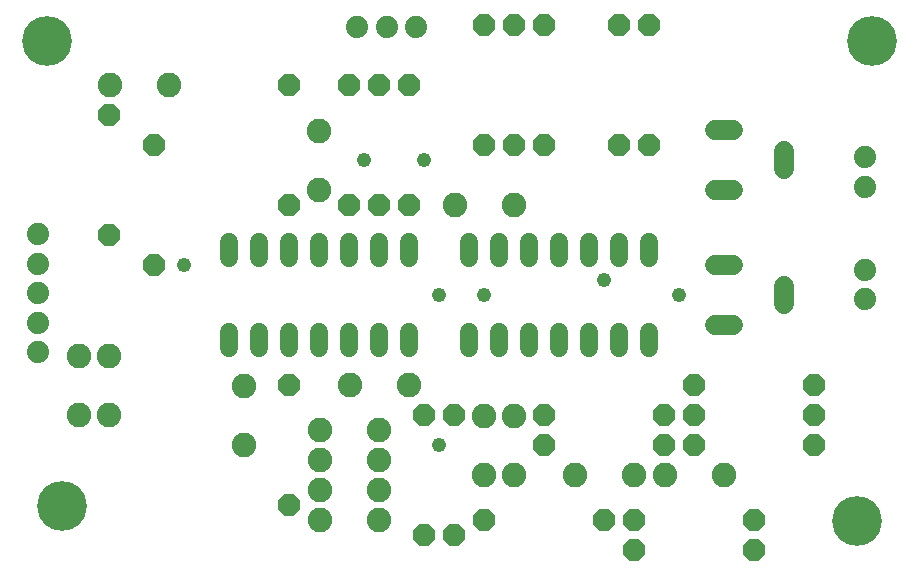
<source format=gbr>
G04 EAGLE Gerber RS-274X export*
G75*
%MOMM*%
%FSLAX34Y34*%
%LPD*%
%INSoldermask Bottom*%
%IPPOS*%
%AMOC8*
5,1,8,0,0,1.08239X$1,22.5*%
G01*
%ADD10C,2.082800*%
%ADD11C,1.524000*%
%ADD12C,1.879600*%
%ADD13P,2.034460X8X112.500000*%
%ADD14P,2.034460X8X292.500000*%
%ADD15C,1.727200*%
%ADD16P,2.034460X8X22.500000*%
%ADD17P,2.034460X8X202.500000*%
%ADD18C,4.219200*%
%ADD19C,1.209600*%


D10*
X165500Y546100D03*
X215500Y546100D03*
X482600Y266300D03*
X482600Y216300D03*
X508000Y216300D03*
X508000Y266300D03*
X559200Y215900D03*
X609200Y215900D03*
X635400Y215900D03*
X685400Y215900D03*
X457600Y444500D03*
X507600Y444500D03*
X342900Y457600D03*
X342900Y507600D03*
X393300Y254000D03*
X343300Y254000D03*
X393300Y228600D03*
X343300Y228600D03*
X279400Y241700D03*
X279400Y291700D03*
X393300Y203200D03*
X343300Y203200D03*
X393300Y177800D03*
X343300Y177800D03*
X418700Y292100D03*
X368700Y292100D03*
D11*
X419100Y399796D02*
X419100Y413004D01*
X393700Y413004D02*
X393700Y399796D01*
X266700Y399796D02*
X266700Y413004D01*
X266700Y336804D02*
X266700Y323596D01*
X368300Y399796D02*
X368300Y413004D01*
X342900Y413004D02*
X342900Y399796D01*
X292100Y399796D02*
X292100Y413004D01*
X317500Y413004D02*
X317500Y399796D01*
X292100Y336804D02*
X292100Y323596D01*
X317500Y323596D02*
X317500Y336804D01*
X342900Y336804D02*
X342900Y323596D01*
X368300Y323596D02*
X368300Y336804D01*
X393700Y336804D02*
X393700Y323596D01*
X419100Y323596D02*
X419100Y336804D01*
X622300Y399796D02*
X622300Y413004D01*
X596900Y413004D02*
X596900Y399796D01*
X469900Y399796D02*
X469900Y413004D01*
X469900Y336804D02*
X469900Y323596D01*
X571500Y399796D02*
X571500Y413004D01*
X546100Y413004D02*
X546100Y399796D01*
X495300Y399796D02*
X495300Y413004D01*
X520700Y413004D02*
X520700Y399796D01*
X495300Y336804D02*
X495300Y323596D01*
X520700Y323596D02*
X520700Y336804D01*
X546100Y336804D02*
X546100Y323596D01*
X571500Y323596D02*
X571500Y336804D01*
X596900Y336804D02*
X596900Y323596D01*
X622300Y323596D02*
X622300Y336804D01*
D12*
X105000Y420000D03*
X805000Y460000D03*
X805000Y390000D03*
X805000Y365000D03*
X105000Y395000D03*
X105000Y370000D03*
X105000Y345000D03*
X105000Y320000D03*
X375000Y595000D03*
X425000Y595000D03*
X400000Y595000D03*
X805000Y485000D03*
D13*
X165100Y419100D03*
X165100Y520700D03*
X317500Y190500D03*
X317500Y292100D03*
X431800Y165100D03*
X431800Y266700D03*
D14*
X457200Y266700D03*
X457200Y165100D03*
X596900Y596900D03*
X596900Y495300D03*
D13*
X622300Y495300D03*
X622300Y596900D03*
D15*
X736600Y490220D02*
X736600Y474980D01*
X693420Y508000D02*
X678180Y508000D01*
X678180Y457200D02*
X693420Y457200D01*
D16*
X482600Y177800D03*
X584200Y177800D03*
D17*
X635000Y266700D03*
X533400Y266700D03*
D16*
X533400Y241300D03*
X635000Y241300D03*
D17*
X711200Y177800D03*
X609600Y177800D03*
D13*
X203200Y393700D03*
X203200Y495300D03*
D16*
X609600Y152400D03*
X711200Y152400D03*
X660400Y241300D03*
X762000Y241300D03*
D17*
X762000Y266700D03*
X660400Y266700D03*
D16*
X660400Y292100D03*
X762000Y292100D03*
D15*
X736600Y360680D02*
X736600Y375920D01*
X693420Y393700D02*
X678180Y393700D01*
X678180Y342900D02*
X693420Y342900D01*
D14*
X393700Y546100D03*
X393700Y444500D03*
X368300Y546100D03*
X368300Y444500D03*
X419100Y546100D03*
X419100Y444500D03*
D13*
X317500Y444500D03*
X317500Y546100D03*
D14*
X482600Y596900D03*
X482600Y495300D03*
D13*
X508000Y495300D03*
X508000Y596900D03*
D14*
X533400Y596900D03*
X533400Y495300D03*
D10*
X165100Y317100D03*
X165100Y267100D03*
X139700Y317100D03*
X139700Y267100D03*
D18*
X125000Y190000D03*
X112300Y583700D03*
X810800Y583700D03*
X798100Y177300D03*
D19*
X381000Y482600D03*
X431800Y482600D03*
X584200Y381000D03*
X482600Y368300D03*
X444500Y368300D03*
X444500Y241300D03*
X228600Y393700D03*
X647700Y368300D03*
M02*

</source>
